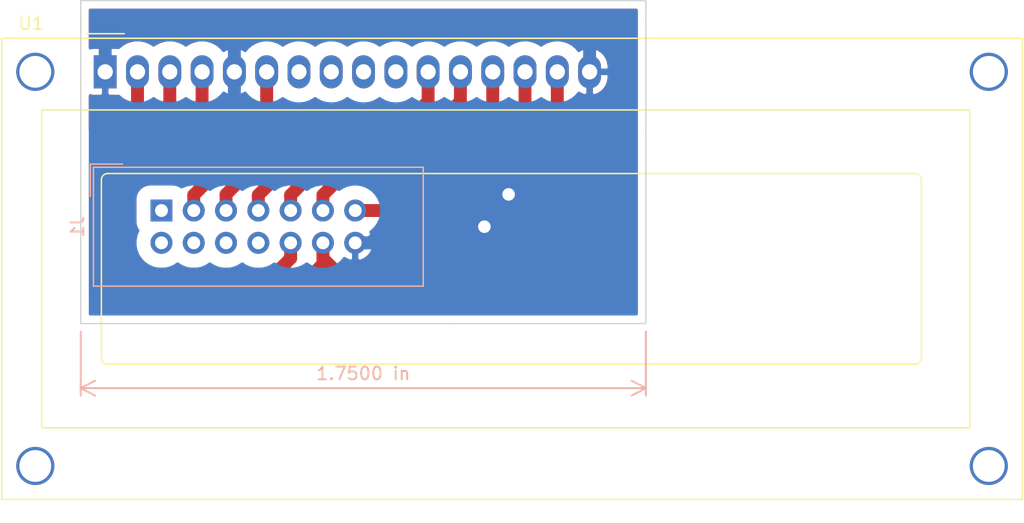
<source format=kicad_pcb>
(kicad_pcb (version 20171130) (host pcbnew 5.1.5-52549c5~84~ubuntu16.04.1)

  (general
    (thickness 1.6)
    (drawings 9)
    (tracks 66)
    (zones 0)
    (modules 2)
    (nets 19)
  )

  (page A4)
  (layers
    (0 F.Cu signal)
    (31 B.Cu signal)
    (32 B.Adhes user)
    (33 F.Adhes user)
    (34 B.Paste user)
    (35 F.Paste user)
    (36 B.SilkS user)
    (37 F.SilkS user)
    (38 B.Mask user)
    (39 F.Mask user)
    (40 Dwgs.User user)
    (41 Cmts.User user)
    (42 Eco1.User user)
    (43 Eco2.User user)
    (44 Edge.Cuts user)
    (45 Margin user)
    (46 B.CrtYd user)
    (47 F.CrtYd user)
    (48 B.Fab user)
    (49 F.Fab user)
  )

  (setup
    (last_trace_width 1.016)
    (user_trace_width 1.016)
    (user_trace_width 1.27)
    (trace_clearance 1.096)
    (zone_clearance 0.508)
    (zone_45_only no)
    (trace_min 0.2)
    (via_size 1.778)
    (via_drill 0.9906)
    (via_min_size 0.4)
    (via_min_drill 0.3)
    (user_via 1.524 0.6858)
    (uvia_size 0.3)
    (uvia_drill 0.1)
    (uvias_allowed no)
    (uvia_min_size 0.2)
    (uvia_min_drill 0.1)
    (edge_width 0.1)
    (segment_width 0.2)
    (pcb_text_width 0.3)
    (pcb_text_size 1.5 1.5)
    (mod_edge_width 0.15)
    (mod_text_size 1 1)
    (mod_text_width 0.15)
    (pad_size 1.524 1.524)
    (pad_drill 0.762)
    (pad_to_mask_clearance 0)
    (aux_axis_origin 0 0)
    (visible_elements FFFFFF7F)
    (pcbplotparams
      (layerselection 0x010fc_ffffffff)
      (usegerberextensions false)
      (usegerberattributes false)
      (usegerberadvancedattributes false)
      (creategerberjobfile false)
      (excludeedgelayer true)
      (linewidth 0.100000)
      (plotframeref false)
      (viasonmask false)
      (mode 1)
      (useauxorigin false)
      (hpglpennumber 1)
      (hpglpenspeed 20)
      (hpglpendiameter 15.000000)
      (psnegative false)
      (psa4output false)
      (plotreference true)
      (plotvalue true)
      (plotinvisibletext false)
      (padsonsilk false)
      (subtractmaskfromsilk false)
      (outputformat 4)
      (mirror false)
      (drillshape 0)
      (scaleselection 1)
      (outputdirectory ""))
  )

  (net 0 "")
  (net 1 RS)
  (net 2 "Net-(J1-Pad2)")
  (net 3 E)
  (net 4 "Net-(J1-Pad4)")
  (net 5 "Net-(J1-Pad6)")
  (net 6 POT)
  (net 7 DB4)
  (net 8 DB5)
  (net 9 DB6)
  (net 10 DB7)
  (net 11 VCC)
  (net 12 GND)
  (net 13 "Net-(U1-Pad7)")
  (net 14 "Net-(U1-Pad8)")
  (net 15 "Net-(U1-Pad9)")
  (net 16 "Net-(U1-Pad10)")
  (net 17 "Net-(J1-Pad1)")
  (net 18 "Net-(J1-Pad8)")

  (net_class Default "This is the default net class."
    (clearance 1.096)
    (trace_width 0.508)
    (via_dia 1.778)
    (via_drill 0.9906)
    (uvia_dia 0.3)
    (uvia_drill 0.1)
    (diff_pair_width 0.508)
    (diff_pair_gap 0.25)
    (add_net DB4)
    (add_net DB5)
    (add_net DB6)
    (add_net DB7)
    (add_net E)
    (add_net GND)
    (add_net "Net-(J1-Pad1)")
    (add_net "Net-(J1-Pad2)")
    (add_net "Net-(J1-Pad4)")
    (add_net "Net-(J1-Pad6)")
    (add_net "Net-(J1-Pad8)")
    (add_net "Net-(U1-Pad10)")
    (add_net "Net-(U1-Pad7)")
    (add_net "Net-(U1-Pad8)")
    (add_net "Net-(U1-Pad9)")
    (add_net POT)
    (add_net RS)
    (add_net VCC)
  )

  (module Display:WC1602A (layer F.Cu) (tedit 5A02FE80) (tstamp 5DAB5559)
    (at 109.875001 51.320001)
    (descr "LCD 16x2 http://www.wincomlcd.com/pdf/WC1602A-SFYLYHTC06.pdf")
    (tags "LCD 16x2 Alphanumeric 16pin")
    (path /5DA62CAB)
    (fp_text reference U1 (at -5.82 -3.81) (layer F.SilkS)
      (effects (font (size 1 1) (thickness 0.15)))
    )
    (fp_text value RC1602A (at -4.31 34.66) (layer F.Fab)
      (effects (font (size 1 1) (thickness 0.15)))
    )
    (fp_line (start -8.14 33.64) (end 72.14 33.64) (layer F.SilkS) (width 0.12))
    (fp_line (start 72.14 33.64) (end 72.14 -2.64) (layer F.SilkS) (width 0.12))
    (fp_line (start 72.14 -2.64) (end -7.34 -2.64) (layer F.SilkS) (width 0.12))
    (fp_line (start -8.14 -2.64) (end -8.14 33.64) (layer F.SilkS) (width 0.12))
    (fp_line (start -8.13 -2.64) (end -7.34 -2.64) (layer F.SilkS) (width 0.12))
    (fp_line (start -8.25 -2.75) (end -8.25 33.75) (layer F.CrtYd) (width 0.05))
    (fp_line (start -8.25 33.75) (end 72.25 33.75) (layer F.CrtYd) (width 0.05))
    (fp_line (start 72.25 -2.75) (end 72.25 33.75) (layer F.CrtYd) (width 0.05))
    (fp_line (start -1.5 -3) (end 1.5 -3) (layer F.SilkS) (width 0.12))
    (fp_line (start -8.25 -2.75) (end 72.25 -2.75) (layer F.CrtYd) (width 0.05))
    (fp_line (start 1 -2.5) (end 0 -1.5) (layer F.Fab) (width 0.1))
    (fp_line (start 0 -1.5) (end -1 -2.5) (layer F.Fab) (width 0.1))
    (fp_line (start -1 -2.5) (end -8 -2.5) (layer F.Fab) (width 0.1))
    (fp_text user %R (at 30.37 14.74) (layer F.Fab)
      (effects (font (size 1 1) (thickness 0.1)))
    )
    (fp_line (start 0.2 8) (end 63.7 8) (layer F.SilkS) (width 0.12))
    (fp_line (start -0.29972 22.49932) (end -0.29972 8.5) (layer F.SilkS) (width 0.12))
    (fp_line (start 63.70066 23) (end 0.2 23) (layer F.SilkS) (width 0.12))
    (fp_line (start 64.2 8.5) (end 64.2 22.5) (layer F.SilkS) (width 0.12))
    (fp_arc (start 63.7 8.5) (end 63.7 8) (angle 90) (layer F.SilkS) (width 0.12))
    (fp_arc (start 63.70066 22.49932) (end 64.20104 22.49932) (angle 90) (layer F.SilkS) (width 0.12))
    (fp_arc (start 0.20066 22.49932) (end 0.20066 22.9997) (angle 90) (layer F.SilkS) (width 0.12))
    (fp_arc (start 0.20066 8.49884) (end -0.29972 8.49884) (angle 90) (layer F.SilkS) (width 0.12))
    (fp_line (start -5 3) (end 68 3) (layer F.SilkS) (width 0.12))
    (fp_line (start 68 3) (end 68 28) (layer F.SilkS) (width 0.12))
    (fp_line (start 68 28) (end -5 28) (layer F.SilkS) (width 0.12))
    (fp_line (start -5 28) (end -5 3) (layer F.SilkS) (width 0.12))
    (fp_line (start 1 -2.5) (end 72 -2.5) (layer F.Fab) (width 0.1))
    (fp_line (start 72 -2.5) (end 72 33.5) (layer F.Fab) (width 0.1))
    (fp_line (start 72 33.5) (end -8 33.5) (layer F.Fab) (width 0.1))
    (fp_line (start -8 33.5) (end -8 -2.5) (layer F.Fab) (width 0.1))
    (pad 1 thru_hole rect (at 0 0) (size 1.8 2.6) (drill 1.2) (layers *.Cu *.Mask)
      (net 12 GND))
    (pad 2 thru_hole oval (at 2.54 0) (size 1.8 2.6) (drill 1.2) (layers *.Cu *.Mask)
      (net 11 VCC))
    (pad 3 thru_hole oval (at 5.08 0) (size 1.8 2.6) (drill 1.2) (layers *.Cu *.Mask)
      (net 6 POT))
    (pad 4 thru_hole oval (at 7.62 0) (size 1.8 2.6) (drill 1.2) (layers *.Cu *.Mask)
      (net 1 RS))
    (pad 5 thru_hole oval (at 10.16 0) (size 1.8 2.6) (drill 1.2) (layers *.Cu *.Mask)
      (net 12 GND))
    (pad 6 thru_hole oval (at 12.7 0) (size 1.8 2.6) (drill 1.2) (layers *.Cu *.Mask)
      (net 3 E))
    (pad 7 thru_hole oval (at 15.24 0) (size 1.8 2.6) (drill 1.2) (layers *.Cu *.Mask)
      (net 13 "Net-(U1-Pad7)"))
    (pad 8 thru_hole oval (at 17.78 0) (size 1.8 2.6) (drill 1.2) (layers *.Cu *.Mask)
      (net 14 "Net-(U1-Pad8)"))
    (pad 9 thru_hole oval (at 20.32 0) (size 1.8 2.6) (drill 1.2) (layers *.Cu *.Mask)
      (net 15 "Net-(U1-Pad9)"))
    (pad 10 thru_hole oval (at 22.86 0) (size 1.8 2.6) (drill 1.2) (layers *.Cu *.Mask)
      (net 16 "Net-(U1-Pad10)"))
    (pad 11 thru_hole oval (at 25.4 0) (size 1.8 2.6) (drill 1.2) (layers *.Cu *.Mask)
      (net 7 DB4))
    (pad 12 thru_hole oval (at 27.94 0) (size 1.8 2.6) (drill 1.2) (layers *.Cu *.Mask)
      (net 8 DB5))
    (pad 13 thru_hole oval (at 30.48 0) (size 1.8 2.6) (drill 1.2) (layers *.Cu *.Mask)
      (net 9 DB6))
    (pad 14 thru_hole oval (at 33.02 0) (size 1.8 2.6) (drill 1.2) (layers *.Cu *.Mask)
      (net 10 DB7))
    (pad 15 thru_hole oval (at 35.56 0) (size 1.8 2.6) (drill 1.2) (layers *.Cu *.Mask)
      (net 11 VCC))
    (pad 16 thru_hole oval (at 38.1 0) (size 1.8 2.6) (drill 1.2) (layers *.Cu *.Mask)
      (net 12 GND))
    (pad "" thru_hole circle (at -5.4991 0) (size 3 3) (drill 2.5) (layers *.Cu *.Mask))
    (pad "" thru_hole circle (at -5.4991 31.0007) (size 3 3) (drill 2.5) (layers *.Cu *.Mask))
    (pad "" thru_hole circle (at 69.49948 31.0007) (size 3 3) (drill 2.5) (layers *.Cu *.Mask))
    (pad "" thru_hole circle (at 69.5 0) (size 3 3) (drill 2.5) (layers *.Cu *.Mask))
    (model ${KISYS3DMOD}/Display.3dshapes/WC1602A.wrl
      (at (xyz 0 0 0))
      (scale (xyz 1 1 1))
      (rotate (xyz 0 0 0))
    )
  )

  (module Connector_IDC:IDC-Header_2x07_P2.54mm_Vertical (layer B.Cu) (tedit 59DE0420) (tstamp 5DAB9CB0)
    (at 114.3 62.23 270)
    (descr "Through hole straight IDC box header, 2x07, 2.54mm pitch, double rows")
    (tags "Through hole IDC box header THT 2x07 2.54mm double row")
    (path /5DA62E9F)
    (fp_text reference J1 (at 1.27 6.604 270) (layer B.SilkS)
      (effects (font (size 1 1) (thickness 0.15)) (justify mirror))
    )
    (fp_text value Conn_01x14_Male (at 1.27 -21.844 270) (layer B.Fab)
      (effects (font (size 1 1) (thickness 0.15)) (justify mirror))
    )
    (fp_text user %R (at 1.27 -7.62 270) (layer B.Fab)
      (effects (font (size 1 1) (thickness 0.15)) (justify mirror))
    )
    (fp_line (start 5.695 5.1) (end 5.695 -20.34) (layer B.Fab) (width 0.1))
    (fp_line (start 5.145 4.56) (end 5.145 -19.78) (layer B.Fab) (width 0.1))
    (fp_line (start -3.155 5.1) (end -3.155 -20.34) (layer B.Fab) (width 0.1))
    (fp_line (start -2.605 4.56) (end -2.605 -5.37) (layer B.Fab) (width 0.1))
    (fp_line (start -2.605 -9.87) (end -2.605 -19.78) (layer B.Fab) (width 0.1))
    (fp_line (start -2.605 -5.37) (end -3.155 -5.37) (layer B.Fab) (width 0.1))
    (fp_line (start -2.605 -9.87) (end -3.155 -9.87) (layer B.Fab) (width 0.1))
    (fp_line (start 5.695 5.1) (end -3.155 5.1) (layer B.Fab) (width 0.1))
    (fp_line (start 5.145 4.56) (end -2.605 4.56) (layer B.Fab) (width 0.1))
    (fp_line (start 5.695 -20.34) (end -3.155 -20.34) (layer B.Fab) (width 0.1))
    (fp_line (start 5.145 -19.78) (end -2.605 -19.78) (layer B.Fab) (width 0.1))
    (fp_line (start 5.695 5.1) (end 5.145 4.56) (layer B.Fab) (width 0.1))
    (fp_line (start 5.695 -20.34) (end 5.145 -19.78) (layer B.Fab) (width 0.1))
    (fp_line (start -3.155 5.1) (end -2.605 4.56) (layer B.Fab) (width 0.1))
    (fp_line (start -3.155 -20.34) (end -2.605 -19.78) (layer B.Fab) (width 0.1))
    (fp_line (start 5.95 5.35) (end 5.95 -20.59) (layer B.CrtYd) (width 0.05))
    (fp_line (start 5.95 -20.59) (end -3.41 -20.59) (layer B.CrtYd) (width 0.05))
    (fp_line (start -3.41 -20.59) (end -3.41 5.35) (layer B.CrtYd) (width 0.05))
    (fp_line (start -3.41 5.35) (end 5.95 5.35) (layer B.CrtYd) (width 0.05))
    (fp_line (start 5.945 5.35) (end 5.945 -20.59) (layer B.SilkS) (width 0.12))
    (fp_line (start 5.945 -20.59) (end -3.405 -20.59) (layer B.SilkS) (width 0.12))
    (fp_line (start -3.405 -20.59) (end -3.405 5.35) (layer B.SilkS) (width 0.12))
    (fp_line (start -3.405 5.35) (end 5.945 5.35) (layer B.SilkS) (width 0.12))
    (fp_line (start -3.655 5.6) (end -3.655 3.06) (layer B.SilkS) (width 0.12))
    (fp_line (start -3.655 5.6) (end -1.115 5.6) (layer B.SilkS) (width 0.12))
    (pad 1 thru_hole rect (at 0 0 270) (size 1.7272 1.7272) (drill 1.016) (layers *.Cu *.Mask)
      (net 17 "Net-(J1-Pad1)"))
    (pad 2 thru_hole oval (at 2.54 0 270) (size 1.7272 1.7272) (drill 1.016) (layers *.Cu *.Mask)
      (net 2 "Net-(J1-Pad2)"))
    (pad 3 thru_hole oval (at 0 -2.54 270) (size 1.7272 1.7272) (drill 1.016) (layers *.Cu *.Mask)
      (net 1 RS))
    (pad 4 thru_hole oval (at 2.54 -2.54 270) (size 1.7272 1.7272) (drill 1.016) (layers *.Cu *.Mask)
      (net 4 "Net-(J1-Pad4)"))
    (pad 5 thru_hole oval (at 0 -5.08 270) (size 1.7272 1.7272) (drill 1.016) (layers *.Cu *.Mask)
      (net 3 E))
    (pad 6 thru_hole oval (at 2.54 -5.08 270) (size 1.7272 1.7272) (drill 1.016) (layers *.Cu *.Mask)
      (net 5 "Net-(J1-Pad6)"))
    (pad 7 thru_hole oval (at 0 -7.62 270) (size 1.7272 1.7272) (drill 1.016) (layers *.Cu *.Mask)
      (net 7 DB4))
    (pad 8 thru_hole oval (at 2.54 -7.62 270) (size 1.7272 1.7272) (drill 1.016) (layers *.Cu *.Mask)
      (net 18 "Net-(J1-Pad8)"))
    (pad 9 thru_hole oval (at 0 -10.16 270) (size 1.7272 1.7272) (drill 1.016) (layers *.Cu *.Mask)
      (net 8 DB5))
    (pad 10 thru_hole oval (at 2.54 -10.16 270) (size 1.7272 1.7272) (drill 1.016) (layers *.Cu *.Mask)
      (net 6 POT))
    (pad 11 thru_hole oval (at 0 -12.7 270) (size 1.7272 1.7272) (drill 1.016) (layers *.Cu *.Mask)
      (net 9 DB6))
    (pad 12 thru_hole oval (at 2.54 -12.7 270) (size 1.7272 1.7272) (drill 1.016) (layers *.Cu *.Mask)
      (net 11 VCC))
    (pad 13 thru_hole oval (at 0 -15.24 270) (size 1.7272 1.7272) (drill 1.016) (layers *.Cu *.Mask)
      (net 10 DB7))
    (pad 14 thru_hole oval (at 2.54 -15.24 270) (size 1.7272 1.7272) (drill 1.016) (layers *.Cu *.Mask)
      (net 12 GND))
    (model ${KISYS3DMOD}/Connector_IDC.3dshapes/IDC-Header_2x07_P2.54mm_Vertical.wrl
      (at (xyz 0 0 0))
      (scale (xyz 1 1 1))
      (rotate (xyz 0 0 0))
    )
  )

  (dimension 44.45 (width 0.15) (layer B.SilkS)
    (gr_text "44,450 mm" (at 130.175 77.499999) (layer B.SilkS)
      (effects (font (size 1 1) (thickness 0.15)))
    )
    (feature1 (pts (xy 152.4 71.755) (xy 152.4 76.78642)))
    (feature2 (pts (xy 107.95 71.755) (xy 107.95 76.78642)))
    (crossbar (pts (xy 107.95 76.199999) (xy 152.4 76.199999)))
    (arrow1a (pts (xy 152.4 76.199999) (xy 151.273496 76.78642)))
    (arrow1b (pts (xy 152.4 76.199999) (xy 151.273496 75.613578)))
    (arrow2a (pts (xy 107.95 76.199999) (xy 109.076504 76.78642)))
    (arrow2b (pts (xy 107.95 76.199999) (xy 109.076504 75.613578)))
  )
  (gr_line (start 152.4 71.12) (end 137.16 71.12) (layer Edge.Cuts) (width 0.1) (tstamp 5DB21B33))
  (gr_line (start 152.4 55.88) (end 152.4 71.12) (layer Edge.Cuts) (width 0.1))
  (gr_line (start 107.95 45.72) (end 107.95 48.26) (layer Edge.Cuts) (width 0.1))
  (gr_line (start 152.4 45.72) (end 107.95 45.72) (layer Edge.Cuts) (width 0.1))
  (gr_line (start 152.4 46.99) (end 152.4 45.72) (layer Edge.Cuts) (width 0.1))
  (gr_line (start 152.4 55.88) (end 152.4 46.99) (layer Edge.Cuts) (width 0.1))
  (gr_line (start 107.95 71.12) (end 137.16 71.12) (layer Edge.Cuts) (width 0.1))
  (gr_line (start 107.95 46.99) (end 107.95 71.12) (layer Edge.Cuts) (width 0.1))

  (segment (start 117.495001 53.636001) (end 117.495001 51.320001) (width 1.016) (layer F.Cu) (net 1))
  (segment (start 117.495001 60.353685) (end 117.495001 53.636001) (width 1.016) (layer F.Cu) (net 1))
  (segment (start 116.84 61.008686) (end 117.495001 60.353685) (width 1.016) (layer F.Cu) (net 1))
  (segment (start 116.84 62.23) (end 116.84 61.008686) (width 1.016) (layer F.Cu) (net 1))
  (segment (start 122.575001 51.320001) (end 122.575001 57.764999) (width 1.016) (layer F.Cu) (net 3))
  (segment (start 119.38 60.96) (end 119.38 62.23) (width 1.016) (layer F.Cu) (net 3))
  (segment (start 122.575001 57.764999) (end 119.38 60.96) (width 1.016) (layer F.Cu) (net 3))
  (segment (start 113.115551 67.237601) (end 111.832399 65.954449) (width 1.016) (layer F.Cu) (net 6))
  (segment (start 114.955001 53.636001) (end 114.955001 51.320001) (width 1.016) (layer F.Cu) (net 6))
  (segment (start 123.213713 67.237601) (end 113.115551 67.237601) (width 1.016) (layer F.Cu) (net 6))
  (segment (start 124.46 65.991314) (end 123.213713 67.237601) (width 1.016) (layer F.Cu) (net 6))
  (segment (start 124.46 64.77) (end 124.46 65.991314) (width 1.016) (layer F.Cu) (net 6))
  (segment (start 114.955001 53.636001) (end 114.955001 56.494999) (width 1.016) (layer F.Cu) (net 6))
  (segment (start 111.832399 65.954449) (end 112.156475 66.278525) (width 1.016) (layer F.Cu) (net 6))
  (segment (start 111.832399 59.617601) (end 111.832399 65.954449) (width 1.016) (layer F.Cu) (net 6))
  (segment (start 114.955001 56.494999) (end 111.832399 59.617601) (width 1.016) (layer F.Cu) (net 6))
  (segment (start 135.275001 53.636001) (end 135.275001 51.320001) (width 1.016) (layer F.Cu) (net 7))
  (segment (start 121.92 62.23) (end 121.92 61.008686) (width 1.016) (layer F.Cu) (net 7))
  (segment (start 121.92 61.008686) (end 126.489906 56.43878) (width 1.016) (layer F.Cu) (net 7))
  (segment (start 126.489906 56.43878) (end 132.472222 56.43878) (width 1.016) (layer F.Cu) (net 7))
  (segment (start 132.472222 56.43878) (end 135.275001 53.636001) (width 1.016) (layer F.Cu) (net 7))
  (segment (start 137.815001 53.636001) (end 133.386612 58.06439) (width 1.016) (layer F.Cu) (net 8))
  (segment (start 137.815001 51.320001) (end 137.815001 53.636001) (width 1.016) (layer F.Cu) (net 8))
  (segment (start 124.46 61.008686) (end 124.46 62.23) (width 1.016) (layer F.Cu) (net 8))
  (segment (start 127.404296 58.06439) (end 124.46 61.008686) (width 1.016) (layer F.Cu) (net 8))
  (segment (start 133.386612 58.06439) (end 127.404296 58.06439) (width 1.016) (layer F.Cu) (net 8))
  (segment (start 127 61.008686) (end 128.318686 59.69) (width 1.016) (layer F.Cu) (net 9))
  (segment (start 127 62.23) (end 127 61.008686) (width 1.016) (layer F.Cu) (net 9))
  (segment (start 128.318686 59.69) (end 134.62 59.69) (width 1.016) (layer F.Cu) (net 9))
  (segment (start 140.355001 53.954999) (end 140.355001 51.320001) (width 1.016) (layer F.Cu) (net 9))
  (segment (start 134.62 59.69) (end 140.355001 53.954999) (width 1.016) (layer F.Cu) (net 9))
  (segment (start 129.54 62.23) (end 134.62 62.23) (width 1.016) (layer F.Cu) (net 10))
  (segment (start 142.895001 53.954999) (end 142.895001 51.320001) (width 1.016) (layer F.Cu) (net 10))
  (segment (start 134.62 62.23) (end 142.895001 53.954999) (width 1.016) (layer F.Cu) (net 10))
  (segment (start 127 66.438147) (end 124.088536 69.349611) (width 1.016) (layer F.Cu) (net 11))
  (segment (start 127 64.77) (end 127 66.438147) (width 1.016) (layer F.Cu) (net 11))
  (segment (start 124.088536 69.349611) (end 112.240728 69.349611) (width 1.016) (layer F.Cu) (net 11))
  (segment (start 112.240728 69.349611) (end 109.720389 66.829272) (width 1.016) (layer F.Cu) (net 11))
  (segment (start 109.720389 66.829272) (end 109.720389 57.284611) (width 1.016) (layer F.Cu) (net 11))
  (segment (start 112.415001 54.589999) (end 112.415001 51.320001) (width 1.016) (layer F.Cu) (net 11))
  (segment (start 109.720389 57.284611) (end 112.415001 54.589999) (width 1.016) (layer F.Cu) (net 11))
  (segment (start 145.435001 53.636001) (end 145.435001 51.320001) (width 1.016) (layer F.Cu) (net 11))
  (segment (start 145.435001 64.114999) (end 145.435001 53.636001) (width 1.016) (layer F.Cu) (net 11))
  (segment (start 142.312399 67.237601) (end 145.435001 64.114999) (width 1.016) (layer F.Cu) (net 11))
  (segment (start 127 64.77) (end 127 65.991314) (width 1.016) (layer F.Cu) (net 11))
  (segment (start 127 65.991314) (end 128.246287 67.237601) (width 1.016) (layer F.Cu) (net 11))
  (segment (start 128.246287 67.237601) (end 142.312399 67.237601) (width 1.016) (layer F.Cu) (net 11))
  (segment (start 129.54 64.77) (end 130.761314 64.77) (width 1.016) (layer B.Cu) (net 12))
  (segment (start 130.761314 64.77) (end 132.08 63.451314) (width 1.016) (layer B.Cu) (net 12))
  (segment (start 132.08 63.451314) (end 132.08 58.42) (width 1.016) (layer B.Cu) (net 12))
  (segment (start 109.875001 49.004001) (end 109.875001 51.320001) (width 1.016) (layer B.Cu) (net 12))
  (segment (start 120.035001 51.320001) (end 120.035001 48.915001) (width 1.016) (layer B.Cu) (net 12))
  (segment (start 120.035001 48.915001) (end 119.38 48.26) (width 1.016) (layer B.Cu) (net 12))
  (segment (start 119.38 48.26) (end 110.619002 48.26) (width 1.016) (layer B.Cu) (net 12))
  (segment (start 110.619002 48.26) (end 109.875001 49.004001) (width 1.016) (layer B.Cu) (net 12))
  (segment (start 147.975001 49.004001) (end 147.231 48.26) (width 1.016) (layer B.Cu) (net 12))
  (segment (start 147.975001 51.320001) (end 147.975001 49.004001) (width 1.016) (layer B.Cu) (net 12))
  (segment (start 147.231 48.26) (end 119.38 48.26) (width 1.016) (layer B.Cu) (net 12))
  (segment (start 120.035001 53.636001) (end 120.035001 51.320001) (width 1.016) (layer B.Cu) (net 12))
  (segment (start 121.009 54.61) (end 120.035001 53.636001) (width 1.016) (layer B.Cu) (net 12))
  (segment (start 128.27 54.61) (end 121.009 54.61) (width 1.016) (layer B.Cu) (net 12))
  (segment (start 132.08 58.42) (end 128.27 54.61) (width 1.016) (layer B.Cu) (net 12))
  (via (at 141.605 60.96) (size 1.778) (drill 0.9906) (layers F.Cu B.Cu) (net 12))
  (via (at 139.7 63.5) (size 1.778) (drill 0.9906) (layers F.Cu B.Cu) (net 12))
  (segment (start 129.54 64.77) (end 131.445 64.77) (width 1.016) (layer F.Cu) (net 12))
  (segment (start 131.445 64.77) (end 132.08 64.77) (width 1.016) (layer F.Cu) (net 12))

  (zone (net 12) (net_name GND) (layer F.Cu) (tstamp 0) (hatch edge 0.508)
    (connect_pads (clearance 0.508))
    (min_thickness 0.254)
    (fill yes (arc_segments 32) (thermal_gap 0.508) (thermal_bridge_width 0.508))
    (polygon
      (pts
        (xy 151.765 70.485) (xy 108.585 70.485) (xy 108.585 46.355) (xy 151.765 46.355)
      )
    )
    (filled_polygon
      (pts
        (xy 151.638 70.358) (xy 125.52815 70.358) (xy 127.237304 68.648846) (xy 127.279942 68.683838) (xy 127.580656 68.844574)
        (xy 127.906952 68.943554) (xy 128.246287 68.976976) (xy 128.331318 68.968601) (xy 142.227368 68.968601) (xy 142.312399 68.976976)
        (xy 142.39743 68.968601) (xy 142.397431 68.968601) (xy 142.651734 68.943554) (xy 142.978029 68.844574) (xy 143.278744 68.683838)
        (xy 143.542323 68.467525) (xy 143.596532 68.401472) (xy 146.598878 65.399126) (xy 146.664925 65.344923) (xy 146.881238 65.081344)
        (xy 147.041974 64.780629) (xy 147.140954 64.454334) (xy 147.166001 64.200031) (xy 147.166001 64.20003) (xy 147.174376 64.115)
        (xy 147.166001 64.029968) (xy 147.166001 53.02416) (xy 147.227797 53.066863) (xy 147.504914 53.186756) (xy 147.610261 53.211037)
        (xy 147.848001 53.090379) (xy 147.848001 51.447001) (xy 148.102001 51.447001) (xy 148.102001 53.090379) (xy 148.339741 53.211037)
        (xy 148.445088 53.186756) (xy 148.722205 53.066863) (xy 148.970607 52.895211) (xy 149.180749 52.678397) (xy 149.344555 52.424752)
        (xy 149.45573 52.144024) (xy 149.510001 51.847001) (xy 149.510001 51.447001) (xy 148.102001 51.447001) (xy 147.848001 51.447001)
        (xy 147.828001 51.447001) (xy 147.828001 51.193001) (xy 147.848001 51.193001) (xy 147.848001 49.549623) (xy 148.102001 49.549623)
        (xy 148.102001 51.193001) (xy 149.510001 51.193001) (xy 149.510001 50.793001) (xy 149.45573 50.495978) (xy 149.344555 50.21525)
        (xy 149.180749 49.961605) (xy 148.970607 49.744791) (xy 148.722205 49.573139) (xy 148.445088 49.453246) (xy 148.339741 49.428965)
        (xy 148.102001 49.549623) (xy 147.848001 49.549623) (xy 147.610261 49.428965) (xy 147.504914 49.453246) (xy 147.227797 49.573139)
        (xy 147.130974 49.640046) (xy 146.943452 49.41155) (xy 146.620183 49.14625) (xy 146.251368 48.949115) (xy 145.851181 48.827719)
        (xy 145.435001 48.786729) (xy 145.01882 48.827719) (xy 144.618633 48.949115) (xy 144.249819 49.14625) (xy 144.165001 49.215858)
        (xy 144.080183 49.14625) (xy 143.711368 48.949115) (xy 143.311181 48.827719) (xy 142.895001 48.786729) (xy 142.47882 48.827719)
        (xy 142.078633 48.949115) (xy 141.709819 49.14625) (xy 141.625001 49.215858) (xy 141.540183 49.14625) (xy 141.171368 48.949115)
        (xy 140.771181 48.827719) (xy 140.355001 48.786729) (xy 139.93882 48.827719) (xy 139.538633 48.949115) (xy 139.169819 49.14625)
        (xy 139.085001 49.215858) (xy 139.000183 49.14625) (xy 138.631368 48.949115) (xy 138.231181 48.827719) (xy 137.815001 48.786729)
        (xy 137.39882 48.827719) (xy 136.998633 48.949115) (xy 136.629819 49.14625) (xy 136.545001 49.215858) (xy 136.460183 49.14625)
        (xy 136.091368 48.949115) (xy 135.691181 48.827719) (xy 135.275001 48.786729) (xy 134.85882 48.827719) (xy 134.458633 48.949115)
        (xy 134.089819 49.14625) (xy 134.005001 49.215858) (xy 133.920183 49.14625) (xy 133.551368 48.949115) (xy 133.151181 48.827719)
        (xy 132.735001 48.786729) (xy 132.31882 48.827719) (xy 131.918633 48.949115) (xy 131.549819 49.14625) (xy 131.465001 49.215858)
        (xy 131.380183 49.14625) (xy 131.011368 48.949115) (xy 130.611181 48.827719) (xy 130.195001 48.786729) (xy 129.77882 48.827719)
        (xy 129.378633 48.949115) (xy 129.009819 49.14625) (xy 128.925001 49.215858) (xy 128.840183 49.14625) (xy 128.471368 48.949115)
        (xy 128.071181 48.827719) (xy 127.655001 48.786729) (xy 127.23882 48.827719) (xy 126.838633 48.949115) (xy 126.469819 49.14625)
        (xy 126.385001 49.215858) (xy 126.300183 49.14625) (xy 125.931368 48.949115) (xy 125.531181 48.827719) (xy 125.115001 48.786729)
        (xy 124.69882 48.827719) (xy 124.298633 48.949115) (xy 123.929819 49.14625) (xy 123.845001 49.215858) (xy 123.760183 49.14625)
        (xy 123.391368 48.949115) (xy 122.991181 48.827719) (xy 122.575001 48.786729) (xy 122.15882 48.827719) (xy 121.758633 48.949115)
        (xy 121.389819 49.14625) (xy 121.06655 49.41155) (xy 120.879028 49.640046) (xy 120.782205 49.573139) (xy 120.505088 49.453246)
        (xy 120.399741 49.428965) (xy 120.162001 49.549623) (xy 120.162001 51.193001) (xy 120.182001 51.193001) (xy 120.182001 51.447001)
        (xy 120.162001 51.447001) (xy 120.162001 53.090379) (xy 120.399741 53.211037) (xy 120.505088 53.186756) (xy 120.782205 53.066863)
        (xy 120.844001 53.02416) (xy 120.844002 57.047995) (xy 119.226001 58.665996) (xy 119.226001 53.02416) (xy 119.287797 53.066863)
        (xy 119.564914 53.186756) (xy 119.670261 53.211037) (xy 119.908001 53.090379) (xy 119.908001 51.447001) (xy 119.888001 51.447001)
        (xy 119.888001 51.193001) (xy 119.908001 51.193001) (xy 119.908001 49.549623) (xy 119.670261 49.428965) (xy 119.564914 49.453246)
        (xy 119.287797 49.573139) (xy 119.190974 49.640046) (xy 119.003452 49.41155) (xy 118.680183 49.14625) (xy 118.311368 48.949115)
        (xy 117.911181 48.827719) (xy 117.495001 48.786729) (xy 117.07882 48.827719) (xy 116.678633 48.949115) (xy 116.309819 49.14625)
        (xy 116.225001 49.215858) (xy 116.140183 49.14625) (xy 115.771368 48.949115) (xy 115.371181 48.827719) (xy 114.955001 48.786729)
        (xy 114.53882 48.827719) (xy 114.138633 48.949115) (xy 113.769819 49.14625) (xy 113.685001 49.215858) (xy 113.600183 49.14625)
        (xy 113.231368 48.949115) (xy 112.831181 48.827719) (xy 112.415001 48.786729) (xy 111.99882 48.827719) (xy 111.598633 48.949115)
        (xy 111.229819 49.14625) (xy 110.920088 49.40044) (xy 110.899483 49.394189) (xy 110.775001 49.381929) (xy 110.160751 49.385001)
        (xy 110.002001 49.543751) (xy 110.002001 51.193001) (xy 110.022001 51.193001) (xy 110.022001 51.447001) (xy 110.002001 51.447001)
        (xy 110.002001 53.096251) (xy 110.160751 53.255001) (xy 110.684001 53.257618) (xy 110.684001 53.872995) (xy 108.712 55.844997)
        (xy 108.712 53.199443) (xy 108.730821 53.209503) (xy 108.850519 53.245813) (xy 108.975001 53.258073) (xy 109.589251 53.255001)
        (xy 109.748001 53.096251) (xy 109.748001 51.447001) (xy 109.728001 51.447001) (xy 109.728001 51.193001) (xy 109.748001 51.193001)
        (xy 109.748001 49.543751) (xy 109.589251 49.385001) (xy 108.975001 49.381929) (xy 108.850519 49.394189) (xy 108.730821 49.430499)
        (xy 108.712 49.440559) (xy 108.712 46.482) (xy 151.638 46.482)
      )
    )
    (filled_polygon
      (pts
        (xy 143.704001 63.397995) (xy 141.595396 65.506601) (xy 130.837132 65.506601) (xy 130.896964 65.405978) (xy 130.994963 65.129027)
        (xy 130.874464 64.897) (xy 129.667 64.897) (xy 129.667 64.917) (xy 129.413 64.917) (xy 129.413 64.897)
        (xy 129.393 64.897) (xy 129.393 64.643) (xy 129.413 64.643) (xy 129.413 64.623) (xy 129.667 64.623)
        (xy 129.667 64.643) (xy 130.874464 64.643) (xy 130.994963 64.410973) (xy 130.896964 64.134022) (xy 130.794082 63.961)
        (xy 134.534969 63.961) (xy 134.62 63.969375) (xy 134.705031 63.961) (xy 134.705032 63.961) (xy 134.959335 63.935953)
        (xy 135.28563 63.836973) (xy 135.586345 63.676237) (xy 135.849924 63.459924) (xy 135.904133 63.39387) (xy 143.704002 55.594001)
      )
    )
  )
  (zone (net 12) (net_name GND) (layer B.Cu) (tstamp 0) (hatch edge 0.508)
    (connect_pads (clearance 0.508))
    (min_thickness 0.254)
    (fill yes (arc_segments 32) (thermal_gap 0.508) (thermal_bridge_width 0.508))
    (polygon
      (pts
        (xy 151.765 70.485) (xy 108.585 70.485) (xy 108.585 46.355) (xy 151.765 46.355)
      )
    )
    (filled_polygon
      (pts
        (xy 151.638 70.358) (xy 108.712 70.358) (xy 108.712 61.3664) (xy 112.207483 61.3664) (xy 112.207483 63.0936)
        (xy 112.231096 63.33335) (xy 112.301029 63.563886) (xy 112.414593 63.77635) (xy 112.44016 63.807503) (xy 112.293587 64.161361)
        (xy 112.2134 64.564488) (xy 112.2134 64.975512) (xy 112.293587 65.378639) (xy 112.450879 65.758376) (xy 112.679232 66.10013)
        (xy 112.96987 66.390768) (xy 113.311624 66.619121) (xy 113.691361 66.776413) (xy 114.094488 66.8566) (xy 114.505512 66.8566)
        (xy 114.908639 66.776413) (xy 115.288376 66.619121) (xy 115.57 66.430946) (xy 115.851624 66.619121) (xy 116.231361 66.776413)
        (xy 116.634488 66.8566) (xy 117.045512 66.8566) (xy 117.448639 66.776413) (xy 117.828376 66.619121) (xy 118.11 66.430946)
        (xy 118.391624 66.619121) (xy 118.771361 66.776413) (xy 119.174488 66.8566) (xy 119.585512 66.8566) (xy 119.988639 66.776413)
        (xy 120.368376 66.619121) (xy 120.65 66.430946) (xy 120.931624 66.619121) (xy 121.311361 66.776413) (xy 121.714488 66.8566)
        (xy 122.125512 66.8566) (xy 122.528639 66.776413) (xy 122.908376 66.619121) (xy 123.19 66.430946) (xy 123.471624 66.619121)
        (xy 123.851361 66.776413) (xy 124.254488 66.8566) (xy 124.665512 66.8566) (xy 125.068639 66.776413) (xy 125.448376 66.619121)
        (xy 125.73 66.430946) (xy 126.011624 66.619121) (xy 126.391361 66.776413) (xy 126.794488 66.8566) (xy 127.205512 66.8566)
        (xy 127.608639 66.776413) (xy 127.988376 66.619121) (xy 128.33013 66.390768) (xy 128.620768 66.10013) (xy 128.689959 65.996579)
        (xy 128.765056 66.052684) (xy 129.030186 66.179222) (xy 129.180974 66.224958) (xy 129.413 66.103817) (xy 129.413 64.897)
        (xy 129.667 64.897) (xy 129.667 66.103817) (xy 129.899026 66.224958) (xy 130.049814 66.179222) (xy 130.314944 66.052684)
        (xy 130.550293 65.876854) (xy 130.746817 65.658488) (xy 130.896964 65.405978) (xy 130.994963 65.129027) (xy 130.874464 64.897)
        (xy 129.667 64.897) (xy 129.413 64.897) (xy 129.393 64.897) (xy 129.393 64.643) (xy 129.413 64.643)
        (xy 129.413 64.623) (xy 129.667 64.623) (xy 129.667 64.643) (xy 130.874464 64.643) (xy 130.994963 64.410973)
        (xy 130.896964 64.134022) (xy 130.768797 63.918477) (xy 130.87013 63.850768) (xy 131.160768 63.56013) (xy 131.389121 63.218376)
        (xy 131.546413 62.838639) (xy 131.6266 62.435512) (xy 131.6266 62.024488) (xy 131.546413 61.621361) (xy 131.389121 61.241624)
        (xy 131.160768 60.89987) (xy 130.87013 60.609232) (xy 130.528376 60.380879) (xy 130.148639 60.223587) (xy 129.745512 60.1434)
        (xy 129.334488 60.1434) (xy 128.931361 60.223587) (xy 128.551624 60.380879) (xy 128.27 60.569054) (xy 127.988376 60.380879)
        (xy 127.608639 60.223587) (xy 127.205512 60.1434) (xy 126.794488 60.1434) (xy 126.391361 60.223587) (xy 126.011624 60.380879)
        (xy 125.73 60.569054) (xy 125.448376 60.380879) (xy 125.068639 60.223587) (xy 124.665512 60.1434) (xy 124.254488 60.1434)
        (xy 123.851361 60.223587) (xy 123.471624 60.380879) (xy 123.19 60.569054) (xy 122.908376 60.380879) (xy 122.528639 60.223587)
        (xy 122.125512 60.1434) (xy 121.714488 60.1434) (xy 121.311361 60.223587) (xy 120.931624 60.380879) (xy 120.65 60.569054)
        (xy 120.368376 60.380879) (xy 119.988639 60.223587) (xy 119.585512 60.1434) (xy 119.174488 60.1434) (xy 118.771361 60.223587)
        (xy 118.391624 60.380879) (xy 118.11 60.569054) (xy 117.828376 60.380879) (xy 117.448639 60.223587) (xy 117.045512 60.1434)
        (xy 116.634488 60.1434) (xy 116.231361 60.223587) (xy 115.877503 60.37016) (xy 115.84635 60.344593) (xy 115.633886 60.231029)
        (xy 115.40335 60.161096) (xy 115.1636 60.137483) (xy 113.4364 60.137483) (xy 113.19665 60.161096) (xy 112.966114 60.231029)
        (xy 112.75365 60.344593) (xy 112.567424 60.497424) (xy 112.414593 60.68365) (xy 112.301029 60.896114) (xy 112.231096 61.12665)
        (xy 112.207483 61.3664) (xy 108.712 61.3664) (xy 108.712 53.199443) (xy 108.730821 53.209503) (xy 108.850519 53.245813)
        (xy 108.975001 53.258073) (xy 109.589251 53.255001) (xy 109.748001 53.096251) (xy 109.748001 51.447001) (xy 109.728001 51.447001)
        (xy 109.728001 51.193001) (xy 109.748001 51.193001) (xy 109.748001 49.543751) (xy 110.002001 49.543751) (xy 110.002001 51.193001)
        (xy 110.022001 51.193001) (xy 110.022001 51.447001) (xy 110.002001 51.447001) (xy 110.002001 53.096251) (xy 110.160751 53.255001)
        (xy 110.775001 53.258073) (xy 110.899483 53.245813) (xy 110.920089 53.239562) (xy 111.22982 53.493752) (xy 111.598634 53.690887)
        (xy 111.998821 53.812283) (xy 112.415001 53.853273) (xy 112.831182 53.812283) (xy 113.231369 53.690887) (xy 113.600183 53.493752)
        (xy 113.685002 53.424143) (xy 113.76982 53.493752) (xy 114.138634 53.690887) (xy 114.538821 53.812283) (xy 114.955001 53.853273)
        (xy 115.371182 53.812283) (xy 115.771369 53.690887) (xy 116.140183 53.493752) (xy 116.225002 53.424143) (xy 116.30982 53.493752)
        (xy 116.678634 53.690887) (xy 117.078821 53.812283) (xy 117.495001 53.853273) (xy 117.911182 53.812283) (xy 118.311369 53.690887)
        (xy 118.680183 53.493752) (xy 119.003452 53.228452) (xy 119.190974 52.999956) (xy 119.287797 53.066863) (xy 119.564914 53.186756)
        (xy 119.670261 53.211037) (xy 119.908001 53.090379) (xy 119.908001 51.447001) (xy 119.888001 51.447001) (xy 119.888001 51.193001)
        (xy 119.908001 51.193001) (xy 119.908001 49.549623) (xy 120.162001 49.549623) (xy 120.162001 51.193001) (xy 120.182001 51.193001)
        (xy 120.182001 51.447001) (xy 120.162001 51.447001) (xy 120.162001 53.090379) (xy 120.399741 53.211037) (xy 120.505088 53.186756)
        (xy 120.782205 53.066863) (xy 120.879029 52.999955) (xy 121.066551 53.228452) (xy 121.38982 53.493752) (xy 121.758634 53.690887)
        (xy 122.158821 53.812283) (xy 122.575001 53.853273) (xy 122.991182 53.812283) (xy 123.391369 53.690887) (xy 123.760183 53.493752)
        (xy 123.845002 53.424143) (xy 123.92982 53.493752) (xy 124.298634 53.690887) (xy 124.698821 53.812283) (xy 125.115001 53.853273)
        (xy 125.531182 53.812283) (xy 125.931369 53.690887) (xy 126.300183 53.493752) (xy 126.385002 53.424143) (xy 126.46982 53.493752)
        (xy 126.838634 53.690887) (xy 127.238821 53.812283) (xy 127.655001 53.853273) (xy 128.071182 53.812283) (xy 128.471369 53.690887)
        (xy 128.840183 53.493752) (xy 128.925002 53.424143) (xy 129.00982 53.493752) (xy 129.378634 53.690887) (xy 129.778821 53.812283)
        (xy 130.195001 53.853273) (xy 130.611182 53.812283) (xy 131.011369 53.690887) (xy 131.380183 53.493752) (xy 131.465002 53.424143)
        (xy 131.54982 53.493752) (xy 131.918634 53.690887) (xy 132.318821 53.812283) (xy 132.735001 53.853273) (xy 133.151182 53.812283)
        (xy 133.551369 53.690887) (xy 133.920183 53.493752) (xy 134.005002 53.424143) (xy 134.08982 53.493752) (xy 134.458634 53.690887)
        (xy 134.858821 53.812283) (xy 135.275001 53.853273) (xy 135.691182 53.812283) (xy 136.091369 53.690887) (xy 136.460183 53.493752)
        (xy 136.545002 53.424143) (xy 136.62982 53.493752) (xy 136.998634 53.690887) (xy 137.398821 53.812283) (xy 137.815001 53.853273)
        (xy 138.231182 53.812283) (xy 138.631369 53.690887) (xy 139.000183 53.493752) (xy 139.085002 53.424143) (xy 139.16982 53.493752)
        (xy 139.538634 53.690887) (xy 139.938821 53.812283) (xy 140.355001 53.853273) (xy 140.771182 53.812283) (xy 141.171369 53.690887)
        (xy 141.540183 53.493752) (xy 141.625002 53.424143) (xy 141.70982 53.493752) (xy 142.078634 53.690887) (xy 142.478821 53.812283)
        (xy 142.895001 53.853273) (xy 143.311182 53.812283) (xy 143.711369 53.690887) (xy 144.080183 53.493752) (xy 144.165002 53.424143)
        (xy 144.24982 53.493752) (xy 144.618634 53.690887) (xy 145.018821 53.812283) (xy 145.435001 53.853273) (xy 145.851182 53.812283)
        (xy 146.251369 53.690887) (xy 146.620183 53.493752) (xy 146.943452 53.228452) (xy 147.130974 52.999956) (xy 147.227797 53.066863)
        (xy 147.504914 53.186756) (xy 147.610261 53.211037) (xy 147.848001 53.090379) (xy 147.848001 51.447001) (xy 148.102001 51.447001)
        (xy 148.102001 53.090379) (xy 148.339741 53.211037) (xy 148.445088 53.186756) (xy 148.722205 53.066863) (xy 148.970607 52.895211)
        (xy 149.180749 52.678397) (xy 149.344555 52.424752) (xy 149.45573 52.144024) (xy 149.510001 51.847001) (xy 149.510001 51.447001)
        (xy 148.102001 51.447001) (xy 147.848001 51.447001) (xy 147.828001 51.447001) (xy 147.828001 51.193001) (xy 147.848001 51.193001)
        (xy 147.848001 49.549623) (xy 148.102001 49.549623) (xy 148.102001 51.193001) (xy 149.510001 51.193001) (xy 149.510001 50.793001)
        (xy 149.45573 50.495978) (xy 149.344555 50.21525) (xy 149.180749 49.961605) (xy 148.970607 49.744791) (xy 148.722205 49.573139)
        (xy 148.445088 49.453246) (xy 148.339741 49.428965) (xy 148.102001 49.549623) (xy 147.848001 49.549623) (xy 147.610261 49.428965)
        (xy 147.504914 49.453246) (xy 147.227797 49.573139) (xy 147.130974 49.640046) (xy 146.943452 49.41155) (xy 146.620183 49.14625)
        (xy 146.251368 48.949115) (xy 145.851181 48.827719) (xy 145.435001 48.786729) (xy 145.01882 48.827719) (xy 144.618633 48.949115)
        (xy 144.249819 49.14625) (xy 144.165001 49.215858) (xy 144.080183 49.14625) (xy 143.711368 48.949115) (xy 143.311181 48.827719)
        (xy 142.895001 48.786729) (xy 142.47882 48.827719) (xy 142.078633 48.949115) (xy 141.709819 49.14625) (xy 141.625001 49.215858)
        (xy 141.540183 49.14625) (xy 141.171368 48.949115) (xy 140.771181 48.827719) (xy 140.355001 48.786729) (xy 139.93882 48.827719)
        (xy 139.538633 48.949115) (xy 139.169819 49.14625) (xy 139.085001 49.215858) (xy 139.000183 49.14625) (xy 138.631368 48.949115)
        (xy 138.231181 48.827719) (xy 137.815001 48.786729) (xy 137.39882 48.827719) (xy 136.998633 48.949115) (xy 136.629819 49.14625)
        (xy 136.545001 49.215858) (xy 136.460183 49.14625) (xy 136.091368 48.949115) (xy 135.691181 48.827719) (xy 135.275001 48.786729)
        (xy 134.85882 48.827719) (xy 134.458633 48.949115) (xy 134.089819 49.14625) (xy 134.005001 49.215858) (xy 133.920183 49.14625)
        (xy 133.551368 48.949115) (xy 133.151181 48.827719) (xy 132.735001 48.786729) (xy 132.31882 48.827719) (xy 131.918633 48.949115)
        (xy 131.549819 49.14625) (xy 131.465001 49.215858) (xy 131.380183 49.14625) (xy 131.011368 48.949115) (xy 130.611181 48.827719)
        (xy 130.195001 48.786729) (xy 129.77882 48.827719) (xy 129.378633 48.949115) (xy 129.009819 49.14625) (xy 128.925001 49.215858)
        (xy 128.840183 49.14625) (xy 128.471368 48.949115) (xy 128.071181 48.827719) (xy 127.655001 48.786729) (xy 127.23882 48.827719)
        (xy 126.838633 48.949115) (xy 126.469819 49.14625) (xy 126.385001 49.215858) (xy 126.300183 49.14625) (xy 125.931368 48.949115)
        (xy 125.531181 48.827719) (xy 125.115001 48.786729) (xy 124.69882 48.827719) (xy 124.298633 48.949115) (xy 123.929819 49.14625)
        (xy 123.845001 49.215858) (xy 123.760183 49.14625) (xy 123.391368 48.949115) (xy 122.991181 48.827719) (xy 122.575001 48.786729)
        (xy 122.15882 48.827719) (xy 121.758633 48.949115) (xy 121.389819 49.14625) (xy 121.06655 49.41155) (xy 120.879028 49.640046)
        (xy 120.782205 49.573139) (xy 120.505088 49.453246) (xy 120.399741 49.428965) (xy 120.162001 49.549623) (xy 119.908001 49.549623)
        (xy 119.670261 49.428965) (xy 119.564914 49.453246) (xy 119.287797 49.573139) (xy 119.190974 49.640046) (xy 119.003452 49.41155)
        (xy 118.680183 49.14625) (xy 118.311368 48.949115) (xy 117.911181 48.827719) (xy 117.495001 48.786729) (xy 117.07882 48.827719)
        (xy 116.678633 48.949115) (xy 116.309819 49.14625) (xy 116.225001 49.215858) (xy 116.140183 49.14625) (xy 115.771368 48.949115)
        (xy 115.371181 48.827719) (xy 114.955001 48.786729) (xy 114.53882 48.827719) (xy 114.138633 48.949115) (xy 113.769819 49.14625)
        (xy 113.685001 49.215858) (xy 113.600183 49.14625) (xy 113.231368 48.949115) (xy 112.831181 48.827719) (xy 112.415001 48.786729)
        (xy 111.99882 48.827719) (xy 111.598633 48.949115) (xy 111.229819 49.14625) (xy 110.920088 49.40044) (xy 110.899483 49.394189)
        (xy 110.775001 49.381929) (xy 110.160751 49.385001) (xy 110.002001 49.543751) (xy 109.748001 49.543751) (xy 109.589251 49.385001)
        (xy 108.975001 49.381929) (xy 108.850519 49.394189) (xy 108.730821 49.430499) (xy 108.712 49.440559) (xy 108.712 46.482)
        (xy 151.638 46.482)
      )
    )
  )
)

</source>
